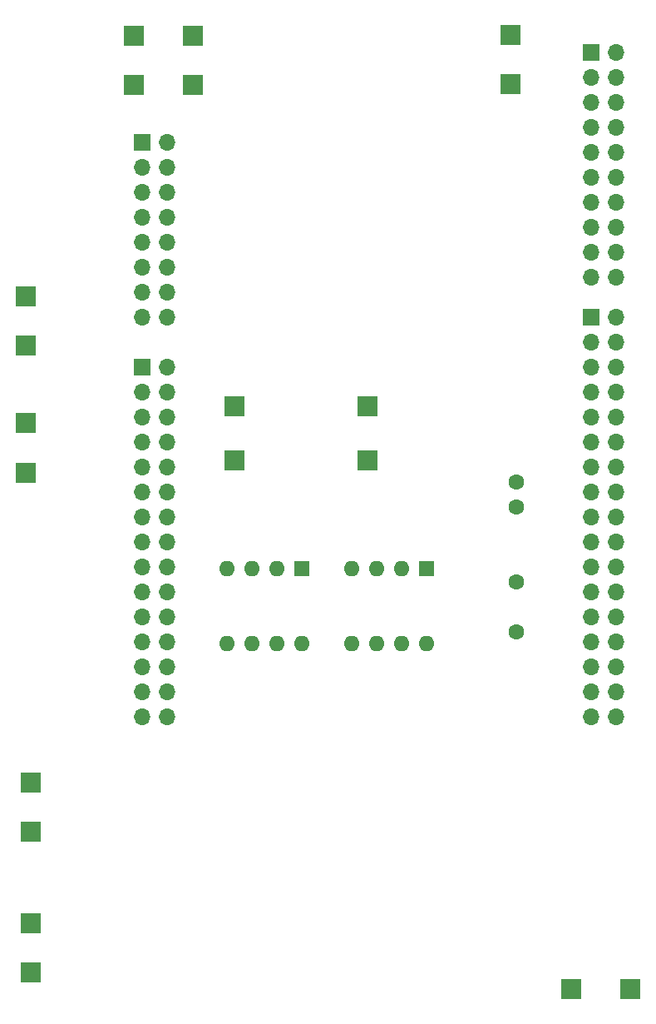
<source format=gbs>
G04 #@! TF.GenerationSoftware,KiCad,Pcbnew,8.0.6*
G04 #@! TF.CreationDate,2024-12-04T22:51:12+00:00*
G04 #@! TF.ProjectId,Pulse generator daughter board,50756c73-6520-4676-956e-657261746f72,rev?*
G04 #@! TF.SameCoordinates,Original*
G04 #@! TF.FileFunction,Soldermask,Bot*
G04 #@! TF.FilePolarity,Negative*
%FSLAX46Y46*%
G04 Gerber Fmt 4.6, Leading zero omitted, Abs format (unit mm)*
G04 Created by KiCad (PCBNEW 8.0.6) date 2024-12-04 22:51:12*
%MOMM*%
%LPD*%
G01*
G04 APERTURE LIST*
G04 Aperture macros list*
%AMRoundRect*
0 Rectangle with rounded corners*
0 $1 Rounding radius*
0 $2 $3 $4 $5 $6 $7 $8 $9 X,Y pos of 4 corners*
0 Add a 4 corners polygon primitive as box body*
4,1,4,$2,$3,$4,$5,$6,$7,$8,$9,$2,$3,0*
0 Add four circle primitives for the rounded corners*
1,1,$1+$1,$2,$3*
1,1,$1+$1,$4,$5*
1,1,$1+$1,$6,$7*
1,1,$1+$1,$8,$9*
0 Add four rect primitives between the rounded corners*
20,1,$1+$1,$2,$3,$4,$5,0*
20,1,$1+$1,$4,$5,$6,$7,0*
20,1,$1+$1,$6,$7,$8,$9,0*
20,1,$1+$1,$8,$9,$2,$3,0*%
G04 Aperture macros list end*
%ADD10RoundRect,0.250001X-0.799999X0.799999X-0.799999X-0.799999X0.799999X-0.799999X0.799999X0.799999X0*%
%ADD11RoundRect,0.250001X-0.799999X-0.799999X0.799999X-0.799999X0.799999X0.799999X-0.799999X0.799999X0*%
%ADD12RoundRect,0.250001X0.799999X-0.799999X0.799999X0.799999X-0.799999X0.799999X-0.799999X-0.799999X0*%
%ADD13C,1.600000*%
%ADD14R,1.600000X1.600000*%
%ADD15O,1.600000X1.600000*%
%ADD16R,1.700000X1.700000*%
%ADD17O,1.700000X1.700000*%
G04 APERTURE END LIST*
D10*
X136710000Y-89720000D03*
X123210000Y-89720000D03*
X136710000Y-84220000D03*
X123210000Y-84220000D03*
D11*
X112960000Y-51470000D03*
X112960000Y-46470000D03*
X157510000Y-143470000D03*
D12*
X101960000Y-72970000D03*
D13*
X151900000Y-91890000D03*
X151900000Y-94430000D03*
X151900000Y-102050000D03*
X151900000Y-107130000D03*
D11*
X102460000Y-122470000D03*
D14*
X142760000Y-100670000D03*
D15*
X140220000Y-100670000D03*
X137680000Y-100670000D03*
X135140000Y-100670000D03*
X135140000Y-108290000D03*
X137680000Y-108290000D03*
X140220000Y-108290000D03*
X142760000Y-108290000D03*
D11*
X102460000Y-127470000D03*
X118960000Y-46470000D03*
X118960000Y-51470000D03*
X163510000Y-143470000D03*
D10*
X101960000Y-90970000D03*
D11*
X102460000Y-136720000D03*
X151340000Y-46380000D03*
D12*
X101960000Y-77970000D03*
D16*
X113780000Y-80170000D03*
D17*
X116320000Y-80170000D03*
X113780000Y-82710000D03*
X116320000Y-82710000D03*
X113780000Y-85250000D03*
X116320000Y-85250000D03*
X113780000Y-87790000D03*
X116320000Y-87790000D03*
X113780000Y-90330000D03*
X116320000Y-90330000D03*
X113780000Y-92870000D03*
X116320000Y-92870000D03*
X113780000Y-95410000D03*
X116320000Y-95410000D03*
X113780000Y-97950000D03*
X116320000Y-97950000D03*
X113780000Y-100490000D03*
X116320000Y-100490000D03*
X113780000Y-103030000D03*
X116320000Y-103030000D03*
X113780000Y-105570000D03*
X116320000Y-105570000D03*
X113780000Y-108110000D03*
X116320000Y-108110000D03*
X113780000Y-110650000D03*
X116320000Y-110650000D03*
X113780000Y-113190000D03*
X116320000Y-113190000D03*
X113780000Y-115730000D03*
X116320000Y-115730000D03*
D14*
X130030000Y-100700000D03*
D15*
X127490000Y-100700000D03*
X124950000Y-100700000D03*
X122410000Y-100700000D03*
X122410000Y-108320000D03*
X124950000Y-108320000D03*
X127490000Y-108320000D03*
X130030000Y-108320000D03*
D16*
X159500000Y-75090000D03*
D17*
X162040000Y-75090000D03*
X159500000Y-77630000D03*
X162040000Y-77630000D03*
X159500000Y-80170000D03*
X162040000Y-80170000D03*
X159500000Y-82710000D03*
X162040000Y-82710000D03*
X159500000Y-85250000D03*
X162040000Y-85250000D03*
X159500000Y-87790000D03*
X162040000Y-87790000D03*
X159500000Y-90330000D03*
X162040000Y-90330000D03*
X159500000Y-92870000D03*
X162040000Y-92870000D03*
X159500000Y-95410000D03*
X162040000Y-95410000D03*
X159500000Y-97950000D03*
X162040000Y-97950000D03*
X159500000Y-100490000D03*
X162040000Y-100490000D03*
X159500000Y-103030000D03*
X162040000Y-103030000D03*
X159500000Y-105570000D03*
X162040000Y-105570000D03*
X159500000Y-108110000D03*
X162040000Y-108110000D03*
X159500000Y-110650000D03*
X162040000Y-110650000D03*
X159500000Y-113190000D03*
X162040000Y-113190000D03*
X159500000Y-115730000D03*
X162040000Y-115730000D03*
D11*
X102460000Y-141720000D03*
D16*
X159500000Y-48170000D03*
D17*
X162040000Y-48170000D03*
X159500000Y-50710000D03*
X162040000Y-50710000D03*
X159500000Y-53250000D03*
X162040000Y-53250000D03*
X159500000Y-55790000D03*
X162040000Y-55790000D03*
X159500000Y-58330000D03*
X162040000Y-58330000D03*
X159500000Y-60870000D03*
X162040000Y-60870000D03*
X159500000Y-63410000D03*
X162040000Y-63410000D03*
X159500000Y-65950000D03*
X162040000Y-65950000D03*
X159500000Y-68490000D03*
X162040000Y-68490000D03*
X159500000Y-71030000D03*
X162040000Y-71030000D03*
D11*
X151340000Y-51380000D03*
D10*
X101960000Y-85870000D03*
D16*
X113780000Y-57310000D03*
D17*
X116320000Y-57310000D03*
X113780000Y-59850000D03*
X116320000Y-59850000D03*
X113780000Y-62390000D03*
X116320000Y-62390000D03*
X113780000Y-64930000D03*
X116320000Y-64930000D03*
X113780000Y-67470000D03*
X116320000Y-67470000D03*
X113780000Y-70010000D03*
X116320000Y-70010000D03*
X113780000Y-72550000D03*
X116320000Y-72550000D03*
X113780000Y-75090000D03*
X116320000Y-75090000D03*
M02*

</source>
